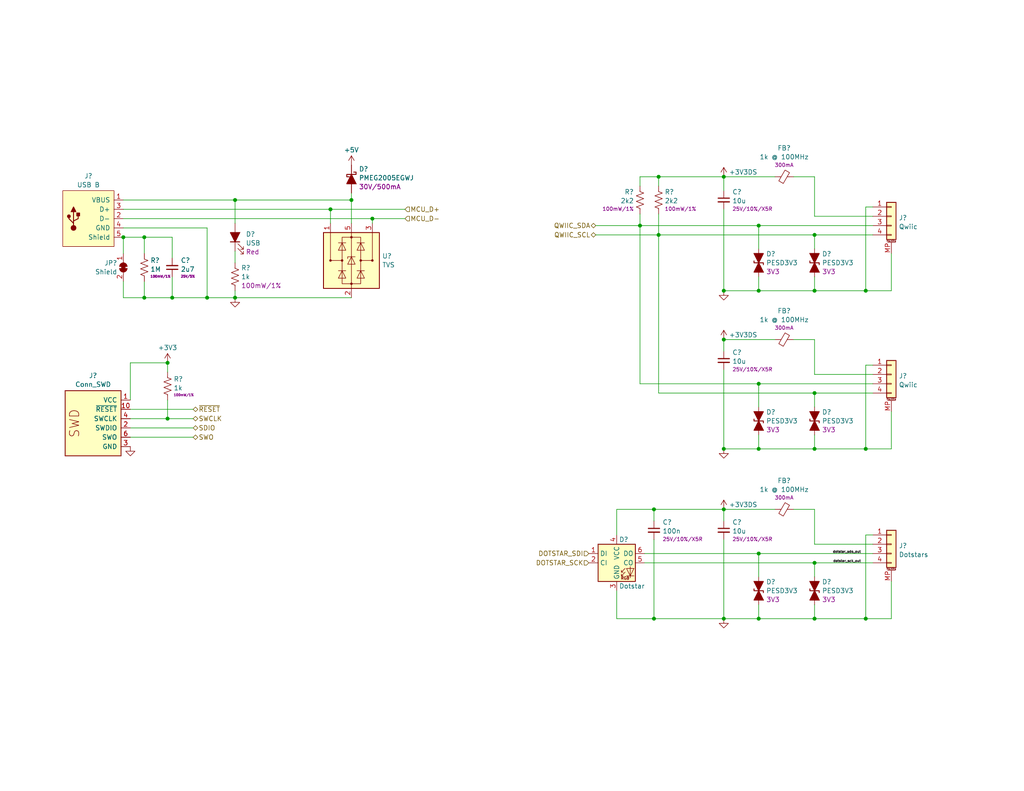
<source format=kicad_sch>
(kicad_sch (version 20230121) (generator eeschema)
  (paper "USLetter")
  (title_block (title "Hubble Motherboard") (date "2021-11-20") (rev "v3") (company "Winterbloom") (comment 1 "Alethea Flowers") (comment 2 "CERN-OHL-P V2") (comment 3 "hubble.wntr.dev"))
  (lib_symbols
    (symbol "Connector_Generic_MountingPin:Conn_01x04_MountingPin" (pin_names (offset 1.016) hide)
      (property "Reference" "J" (at 0 5.08 0))
      (property "Value" "Conn_01x04_MountingPin" (at 1.27 -7.62 0))
      (symbol "Conn_01x04_MountingPin_1_1"
        (rectangle (start -1.27 -4.953) (end 0 -5.207) (stroke (width 0.1524)))
        (rectangle (start -1.27 -2.413) (end 0 -2.667) (stroke (width 0.1524)))
        (rectangle (start -1.27 0.127) (end 0 -0.127) (stroke (width 0.1524)))
        (rectangle (start -1.27 2.667) (end 0 2.413) (stroke (width 0.1524)))
        (rectangle (start -1.27 3.81) (end 1.27 -6.35) (stroke (width 0.254)) (fill (type background)))
        (polyline (pts (xy -1.016 -7.112) (xy 1.016 -7.112)) (stroke (width 0.1524)))
        (text "Mounting" (at 0 -6.731 0) (effects (font (size 0.381 0.381))))
        (pin passive line (at -5.08 2.54 0) (length 3.81) (name "Pin_1") (number "1"))
        (pin passive line (at -5.08 0 0) (length 3.81) (name "Pin_2") (number "2"))
        (pin passive line (at -5.08 -2.54 0) (length 3.81) (name "Pin_3") (number "3"))
        (pin passive line (at -5.08 -5.08 0) (length 3.81) (name "Pin_4") (number "4"))
        (pin passive line (at 0 -10.16 90) (length 3.048) (name "MountPin") (number "MP"))
      )
    )
    (symbol "Device:C_Small" (pin_numbers hide) (pin_names (offset 0.254) hide)
      (property "Reference" "C" (at 0.254 1.778 0))
      (property "Value" "C_Small" (at 0.254 -2.032 0))
      (symbol "C_Small_0_1"
        (polyline (pts (xy -1.524 -0.508) (xy 1.524 -0.508)) (stroke (width 0.3302)))
        (polyline (pts (xy -1.524 0.508) (xy 1.524 0.508)) (stroke (width 0.3048)))
      )
      (symbol "C_Small_1_1"
        (pin passive line (at 0 2.54 270) (length 2.032) (name "~") (number "1"))
        (pin passive line (at 0 -2.54 90) (length 2.032) (name "~") (number "2"))
      )
    )
    (symbol "Device:D_Schottky_Filled" (pin_numbers hide) (pin_names (offset 1.016) hide)
      (property "Reference" "D" (at 0 2.54 0))
      (property "Value" "D_Schottky_Filled" (at 0 -2.54 0))
      (symbol "D_Schottky_Filled_0_1"
        (polyline (pts (xy 1.27 0) (xy -1.27 0)))
        (polyline (pts (xy 1.27 1.27) (xy 1.27 -1.27) (xy -1.27 0) (xy 1.27 1.27)) (stroke (width 0.254)) (fill (type outline)))
        (polyline (pts (xy -1.905 0.635) (xy -1.905 1.27) (xy -1.27 1.27) (xy -1.27 -1.27) (xy -0.635 -1.27) (xy -0.635 -0.635)) (stroke (width 0.254)))
      )
      (symbol "D_Schottky_Filled_1_1"
        (pin passive line (at -3.81 0 0) (length 2.54) (name "K") (number "1"))
        (pin passive line (at 3.81 0 180) (length 2.54) (name "A") (number "2"))
      )
    )
    (symbol "Device:D_TVS_Filled" (pin_numbers hide) (pin_names (offset 1.016) hide)
      (property "Reference" "D" (at 0 2.54 0))
      (property "Value" "D_TVS_Filled" (at 0 -2.54 0))
      (symbol "D_TVS_Filled_0_1"
        (polyline (pts (xy 1.27 0) (xy -1.27 0)))
        (polyline (pts (xy -2.54 -1.27) (xy 0 0) (xy -2.54 1.27) (xy -2.54 -1.27)) (stroke (width 0.254)) (fill (type outline)))
        (polyline (pts (xy 0.508 1.27) (xy 0 1.27) (xy 0 -1.27) (xy -0.508 -1.27)) (stroke (width 0.254)))
        (polyline (pts (xy 2.54 1.27) (xy 2.54 -1.27) (xy 0 0) (xy 2.54 1.27)) (stroke (width 0.254)) (fill (type outline)))
      )
      (symbol "D_TVS_Filled_1_1"
        (pin passive line (at -3.81 0 0) (length 2.54) (name "A1") (number "1"))
        (pin passive line (at 3.81 0 180) (length 2.54) (name "A2") (number "2"))
      )
    )
    (symbol "Device:FerriteBead_Small" (pin_numbers hide) (pin_names (offset 0))
      (property "Reference" "FB" (at 1.905 1.27 0))
      (property "Value" "FerriteBead_Small" (at 1.905 -1.27 0))
      (symbol "FerriteBead_Small_0_1"
        (polyline (pts (xy 0 -1.27) (xy 0 -0.7874)))
        (polyline (pts (xy 0 0.889) (xy 0 1.2954)))
        (polyline (pts (xy -1.8288 0.2794) (xy -1.1176 1.4986) (xy 1.8288 -0.2032) (xy 1.1176 -1.4224) (xy -1.8288 0.2794)))
      )
      (symbol "FerriteBead_Small_1_1"
        (pin passive line (at 0 2.54 270) (length 1.27) (name "~") (number "1"))
        (pin passive line (at 0 -2.54 90) (length 1.27) (name "~") (number "2"))
      )
    )
    (symbol "Device:LED_Filled" (pin_numbers hide) (pin_names (offset 1.016) hide)
      (property "Reference" "D" (at 0 2.54 0))
      (property "Value" "LED_Filled" (at 0 -2.54 0))
      (symbol "LED_Filled_0_1"
        (polyline (pts (xy -1.27 -1.27) (xy -1.27 1.27)) (stroke (width 0.254)))
        (polyline (pts (xy -1.27 0) (xy 1.27 0)))
        (polyline (pts (xy 1.27 -1.27) (xy 1.27 1.27) (xy -1.27 0) (xy 1.27 -1.27)) (stroke (width 0.254)) (fill (type outline)))
        (polyline (pts (xy -3.048 -0.762) (xy -4.572 -2.286) (xy -3.81 -2.286) (xy -4.572 -2.286) (xy -4.572 -1.524)))
        (polyline (pts (xy -1.778 -0.762) (xy -3.302 -2.286) (xy -2.54 -2.286) (xy -3.302 -2.286) (xy -3.302 -1.524)))
      )
      (symbol "LED_Filled_1_1"
        (pin passive line (at -3.81 0 0) (length 2.54) (name "K") (number "1"))
        (pin passive line (at 3.81 0 180) (length 2.54) (name "A") (number "2"))
      )
    )
    (symbol "Device:R_US" (pin_numbers hide) (pin_names (offset 0))
      (property "Reference" "R" (at 2.54 0 90))
      (property "Value" "R_US" (at -2.54 0 90))
      (symbol "R_US_0_1"
        (polyline (pts (xy 0 -2.286) (xy 0 -2.54)))
        (polyline (pts (xy 0 2.286) (xy 0 2.54)))
        (polyline (pts (xy 0 -0.762) (xy 1.016 -1.143) (xy 0 -1.524) (xy -1.016 -1.905) (xy 0 -2.286)))
        (polyline (pts (xy 0 0.762) (xy 1.016 0.381) (xy 0 0) (xy -1.016 -0.381) (xy 0 -0.762)))
        (polyline (pts (xy 0 2.286) (xy 1.016 1.905) (xy 0 1.524) (xy -1.016 1.143) (xy 0 0.762)))
      )
      (symbol "R_US_1_1"
        (pin passive line (at 0 3.81 270) (length 1.27) (name "~") (number "1"))
        (pin passive line (at 0 -3.81 90) (length 1.27) (name "~") (number "2"))
      )
    )
    (symbol "Jumper:SolderJumper_2_Bridged" (pin_names (offset 0) hide)
      (property "Reference" "JP" (at 0 2.032 0))
      (property "Value" "SolderJumper_2_Bridged" (at 0 -2.54 0))
      (symbol "SolderJumper_2_Bridged_0_1"
        (rectangle (start -0.508 0.508) (end 0.508 -0.508) (fill (type outline)))
        (arc (start -0.254 1.016) (mid -1.2656 0) (end -0.254 -1.016))
        (arc (start -0.254 1.016) (mid -1.2656 0) (end -0.254 -1.016) (fill (type outline)))
        (polyline (pts (xy -0.254 1.016) (xy -0.254 -1.016)))
        (polyline (pts (xy 0.254 1.016) (xy 0.254 -1.016)))
        (arc (start 0.254 -1.016) (mid 1.2656 0) (end 0.254 1.016))
        (arc (start 0.254 -1.016) (mid 1.2656 0) (end 0.254 1.016) (fill (type outline)))
      )
      (symbol "SolderJumper_2_Bridged_1_1"
        (pin passive line (at -3.81 0 0) (length 2.54) (name "A") (number "1"))
        (pin passive line (at 3.81 0 180) (length 2.54) (name "B") (number "2"))
      )
    )
    (symbol "hubble:+3V3DS" (power) (pin_names (offset 0))
      (property "Value" "+3V3DS" (at 0 4.1331 0))
      (symbol "+3V3DS_0_1"
        (polyline (pts (xy -0.762 1.27) (xy 0 2.54)))
        (polyline (pts (xy 0 0) (xy 0 2.54)))
        (polyline (pts (xy 0 2.54) (xy 0.762 1.27)))
      )
      (symbol "+3V3DS_1_1"
        (pin power_in line (at 0 0 90) (length 0) hide (name "+3V3DS") (number "1"))
      )
    )
    (symbol "power:+3V3" (power) (pin_names (offset 0))
      (property "Value" "+3V3" (at 0 3.556 0))
      (symbol "+3V3_0_1"
        (polyline (pts (xy -0.762 1.27) (xy 0 2.54)))
        (polyline (pts (xy 0 0) (xy 0 2.54)))
        (polyline (pts (xy 0 2.54) (xy 0.762 1.27)))
      )
      (symbol "+3V3_1_1"
        (pin power_in line (at 0 0 90) (length 0) hide (name "+3V3") (number "1"))
      )
    )
    (symbol "power:+5V" (power) (pin_names (offset 0))
      (property "Value" "+5V" (at 0 3.556 0))
      (symbol "+5V_0_1"
        (polyline (pts (xy -0.762 1.27) (xy 0 2.54)))
        (polyline (pts (xy 0 0) (xy 0 2.54)))
        (polyline (pts (xy 0 2.54) (xy 0.762 1.27)))
      )
      (symbol "+5V_1_1"
        (pin power_in line (at 0 0 90) (length 0) hide (name "+5V") (number "1"))
      )
    )
    (symbol "power:GND" (power) (pin_names (offset 0))
      (property "Value" "GND" (at 0 -3.81 0))
      (symbol "GND_0_1"
        (polyline (pts (xy 0 0) (xy 0 -1.27) (xy 1.27 -1.27) (xy 0 -2.54) (xy -1.27 -1.27) (xy 0 -1.27)))
      )
      (symbol "GND_1_1"
        (pin power_in line (at 0 0 270) (length 0) hide (name "GND") (number "1"))
      )
    )
    (symbol "winterbloom:Conn_SWD" (pin_names (offset 1.016))
      (property "Reference" "J?" (at 0 10.16 0))
      (property "Value" "Conn_SWD" (at 0 -10.16 0))
      (symbol "Conn_SWD_0_0"
        (text "SWD" (at -5.08 0 900) (effects (font (size 2.54 2.54))))
      )
      (symbol "Conn_SWD_0_1"
        (rectangle (start -7.62 8.89) (end 7.62 -8.89) (stroke (width 0.254)) (fill (type background)))
      )
      (symbol "Conn_SWD_1_1"
        (pin power_in line (at 10.16 6.35 180) (length 2.54) (name "VCC") (number "1"))
        (pin open_collector line (at 10.16 3.81 180) (length 2.54) (name "~{RESET}") (number "10"))
        (pin bidirectional line (at 10.16 -1.27 180) (length 2.54) (name "SWDIO") (number "2"))
        (pin power_in line (at 10.16 -6.35 180) (length 2.54) (name "GND") (number "3"))
        (pin output line (at 10.16 1.27 180) (length 2.54) (name "SWCLK") (number "4"))
        (pin passive line (at 10.16 -6.35 180) (length 2.54) hide (name "GND") (number "5"))
        (pin input line (at 10.16 -3.81 180) (length 2.54) (name "SWO") (number "6"))
        (pin no_connect line (at -10.16 0 0) (length 2.54) hide (name "KEY") (number "7"))
        (pin no_connect line (at 0 0 180) (length 2.54) hide (name "NC") (number "8"))
        (pin passive line (at 10.16 -6.35 180) (length 2.54) hide (name "GNDDetect") (number "9"))
      )
    )
    (symbol "winterbloom:Dotstar"
      (property "Reference" "D" (at -3.81 5.715 0))
      (property "Value" "Dotstar" (at 0.635 -5.715 0))
      (symbol "Dotstar_0_0"
        (text "RGB" (at 2.286 -4.191 0) (effects (font (size 0.762 0.762))))
      )
      (symbol "Dotstar_0_1"
        (polyline (pts (xy 1.27 -3.556) (xy 1.778 -3.556)))
        (polyline (pts (xy 1.27 -2.54) (xy 1.778 -2.54)))
        (polyline (pts (xy 4.699 -3.556) (xy 2.667 -3.556)))
        (polyline (pts (xy 2.286 -2.54) (xy 1.27 -3.556) (xy 1.27 -3.048)))
        (polyline (pts (xy 2.286 -1.524) (xy 1.27 -2.54) (xy 1.27 -2.032)))
        (polyline (pts (xy 3.683 -1.016) (xy 3.683 -3.556) (xy 3.683 -4.064)))
        (polyline (pts (xy 4.699 -1.524) (xy 2.667 -1.524) (xy 3.683 -3.556) (xy 4.699 -1.524)))
        (rectangle (start 5.08 5.08) (end -5.08 -5.08) (stroke (width 0.254)) (fill (type background)))
      )
      (symbol "Dotstar_1_1"
        (pin input line (at -7.62 2.54 0) (length 2.54) (name "DI") (number "1"))
        (pin input line (at -7.62 0 0) (length 2.54) (name "CI") (number "2"))
        (pin power_in line (at 0 -7.62 90) (length 2.54) (name "GND") (number "3"))
        (pin power_in line (at 0 7.62 270) (length 2.54) (name "VCC") (number "4"))
        (pin output line (at 7.62 0 180) (length 2.54) (name "CO") (number "5"))
        (pin output line (at 7.62 2.54 180) (length 2.54) (name "DO") (number "6"))
      )
    )
    (symbol "winterbloom:USBLC6-2SC6" (pin_names hide)
      (property "Reference" "U4" (at -7.62 -8.89 0))
      (property "Value" "USBLC6-2SC6" (at 2.54 -8.89 0))
      (symbol "USBLC6-2SC6_0_1"
        (rectangle (start -7.62 -7.62) (end 7.62 7.62) (stroke (width 0.254)) (fill (type background)))
        (circle (center -5.715 0) (radius 0.254) (fill (type outline)))
        (circle (center -2.54 0) (radius 0.254) (fill (type outline)))
        (rectangle (start -2.54 6.35) (end 2.54 -6.35))
        (circle (center 0 -6.35) (radius 0.254) (fill (type outline)))
        (polyline (pts (xy -1.524 -2.794) (xy -3.556 -2.794)))
        (polyline (pts (xy -1.524 4.826) (xy -3.556 4.826)))
        (polyline (pts (xy 0 -7.62) (xy 0 -6.35)))
        (polyline (pts (xy 0 -6.35) (xy 0 1.27)))
        (polyline (pts (xy 0 1.27) (xy 0 6.35)))
        (polyline (pts (xy 0 6.35) (xy 0 7.62)))
        (polyline (pts (xy 1.524 -2.794) (xy 3.556 -2.794)))
        (polyline (pts (xy 1.524 4.826) (xy 3.556 4.826)))
        (polyline (pts (xy -2.54 0) (xy -5.715 0) (xy -5.715 7.62)))
        (polyline (pts (xy 2.54 0) (xy 5.715 0) (xy 5.715 7.62)))
        (polyline (pts (xy -3.556 -4.826) (xy -1.524 -4.826) (xy -2.54 -2.794) (xy -3.556 -4.826)))
        (polyline (pts (xy -3.556 2.794) (xy -1.524 2.794) (xy -2.54 4.826) (xy -3.556 2.794)))
        (polyline (pts (xy -1.016 -1.016) (xy 1.016 -1.016) (xy 0 1.016) (xy -1.016 -1.016)))
        (polyline (pts (xy 1.016 1.016) (xy 0.762 1.016) (xy -1.016 1.016) (xy -1.016 0.508)))
        (polyline (pts (xy 3.556 -4.826) (xy 1.524 -4.826) (xy 2.54 -2.794) (xy 3.556 -4.826)))
        (polyline (pts (xy 3.556 2.794) (xy 1.524 2.794) (xy 2.54 4.826) (xy 3.556 2.794)))
        (circle (center 0 6.35) (radius 0.254) (fill (type outline)))
        (circle (center 2.54 0) (radius 0.254) (fill (type outline)))
        (circle (center 5.715 0) (radius 0.254) (fill (type outline)))
      )
      (symbol "USBLC6-2SC6_1_1"
        (pin passive line (at -5.715 10.16 270) (length 2.54) (name "D-") (number "1"))
        (pin passive line (at 0 -10.16 90) (length 2.54) (name "GND") (number "2"))
        (pin passive line (at 5.715 10.16 270) (length 2.54) (name "D+") (number "3"))
        (pin passive line (at 5.715 10.16 270) (length 2.54) hide (name "D+") (number "4"))
        (pin passive line (at 0 10.16 270) (length 2.54) (name "VBUS") (number "5"))
        (pin passive line (at -5.715 10.16 270) (length 2.54) hide (name "D-") (number "6"))
      )
    )
    (symbol "winterbloom:USB_B_Receptacle" (pin_names (offset 1.016))
      (property "Reference" "J" (at -7.62 8.89 0))
      (property "Value" "USB_B_Receptacle" (at -7.62 -8.89 0))
      (symbol "USB_B_Receptacle_0_0"
        (rectangle (start 6.35 -7.62) (end -7.62 7.62) (fill (type background)))
      )
      (symbol "USB_B_Receptacle_0_1"
        (circle (center -5.969 0.635) (radius 0.381) (stroke (width 0.254)) (fill (type outline)))
        (circle (center -4.699 -2.54) (radius 0.635) (stroke (width 0.254)) (fill (type outline)))
        (rectangle (start -3.81 1.524) (end -3.048 0.762) (stroke (width 0.254)) (fill (type outline)))
        (polyline (pts (xy -4.699 -0.635) (xy -4.699 1.905)) (stroke (width 0.254)))
        (polyline (pts (xy -5.334 1.905) (xy -4.064 1.905) (xy -4.699 3.175) (xy -5.334 1.905)) (stroke (width 0.254)) (fill (type outline)))
        (polyline (pts (xy -4.699 -1.905) (xy -4.699 -1.27) (xy -5.969 0) (xy -5.969 0.635)) (stroke (width 0.254)))
        (polyline (pts (xy -4.699 -1.27) (xy -4.699 -0.635) (xy -3.429 0) (xy -3.429 1.27)) (stroke (width 0.254)))
      )
      (symbol "USB_B_Receptacle_1_1"
        (pin power_out line (at 8.89 5.08 180) (length 2.54) (name "VBUS") (number "1"))
        (pin passive line (at 8.89 0 180) (length 2.54) (name "D-") (number "2"))
        (pin passive line (at 8.89 2.54 180) (length 2.54) (name "D+") (number "3"))
        (pin passive line (at 8.89 -2.54 180) (length 2.54) (name "GND") (number "4"))
        (pin passive line (at 8.89 -5.08 180) (length 2.54) (name "Shield") (number "5"))
      )
    )
  )
  (junction (at 197.485 122.555))
  (junction (at 207.01 104.775))
  (junction (at 222.25 79.375))
  (junction (at 174.625 61.595))
  (junction (at 207.01 79.375))
  (junction (at 222.25 64.135))
  (junction (at 207.01 168.91))
  (junction (at 39.37 64.77))
  (junction (at 222.25 122.555))
  (junction (at 222.25 168.91))
  (junction (at 178.435 139.065))
  (junction (at 95.885 54.61))
  (junction (at 207.01 151.13))
  (junction (at 197.485 79.375))
  (junction (at 197.485 168.91))
  (junction (at 222.25 153.67))
  (junction (at 179.705 64.135))
  (junction (at 179.705 48.26))
  (junction (at 236.22 79.375))
  (junction (at 45.72 114.3))
  (junction (at 197.485 92.71))
  (junction (at 197.485 48.26))
  (junction (at 207.01 122.555))
  (junction (at 45.72 99.06))
  (junction (at 236.22 168.91))
  (junction (at 236.22 122.555))
  (junction (at 39.37 81.28))
  (junction (at 207.01 61.595))
  (junction (at 56.515 81.28))
  (junction (at 46.99 81.28))
  (junction (at 197.485 139.065))
  (junction (at 101.6 59.69))
  (junction (at 64.135 81.28))
  (junction (at 64.135 54.61))
  (junction (at 33.655 64.77))
  (junction (at 178.435 168.91))
  (junction (at 90.17 57.15))
  (junction (at 222.25 107.315))
  (wire (pts (xy 101.6 59.69) (xy 110.49 59.69)))
  (wire (pts (xy 35.56 111.76) (xy 52.705 111.76)))
  (wire (pts (xy 101.6 59.69) (xy 101.6 60.96)))
  (wire (pts (xy 162.56 61.595) (xy 174.625 61.595)))
  (wire (pts (xy 64.135 81.28) (xy 64.135 79.375)))
  (wire (pts (xy 222.25 75.565) (xy 222.25 79.375)))
  (wire (pts (xy 33.655 76.835) (xy 33.655 81.28)))
  (wire (pts (xy 197.485 168.91) (xy 207.01 168.91)))
  (wire (pts (xy 178.435 168.91) (xy 168.275 168.91)))
  (wire (pts (xy 175.895 151.13) (xy 207.01 151.13)))
  (wire (pts (xy 175.895 153.67) (xy 222.25 153.67)))
  (wire (pts (xy 238.125 99.695) (xy 236.22 99.695)))
  (wire (pts (xy 179.705 48.26) (xy 179.705 50.8)))
  (wire (pts (xy 222.25 153.67) (xy 222.25 157.48)))
  (wire (pts (xy 95.885 81.28) (xy 64.135 81.28)))
  (wire (pts (xy 197.485 147.32) (xy 197.485 168.91)))
  (wire (pts (xy 207.01 151.13) (xy 238.125 151.13)))
  (wire (pts (xy 222.25 139.065) (xy 222.25 148.59)))
  (wire (pts (xy 95.885 54.61) (xy 95.885 60.96)))
  (wire (pts (xy 56.515 81.28) (xy 64.135 81.28)))
  (wire (pts (xy 174.625 48.26) (xy 179.705 48.26)))
  (wire (pts (xy 45.72 99.06) (xy 45.72 101.6)))
  (wire (pts (xy 222.25 122.555) (xy 207.01 122.555)))
  (wire (pts (xy 39.37 81.28) (xy 46.99 81.28)))
  (wire (pts (xy 95.885 52.705) (xy 95.885 54.61)))
  (wire (pts (xy 207.01 79.375) (xy 207.01 75.565)))
  (wire (pts (xy 174.625 104.775) (xy 174.625 61.595)))
  (wire (pts (xy 39.37 76.835) (xy 39.37 81.28)))
  (wire (pts (xy 46.99 81.28) (xy 46.99 75.565)))
  (wire (pts (xy 222.25 48.26) (xy 222.25 59.055)))
  (wire (pts (xy 174.625 48.26) (xy 174.625 50.8)))
  (wire (pts (xy 39.37 81.28) (xy 33.655 81.28)))
  (wire (pts (xy 197.485 48.26) (xy 197.485 52.07)))
  (wire (pts (xy 162.56 64.135) (xy 179.705 64.135)))
  (wire (pts (xy 222.25 118.745) (xy 222.25 122.555)))
  (wire (pts (xy 168.275 168.91) (xy 168.275 161.29)))
  (wire (pts (xy 179.705 58.42) (xy 179.705 64.135)))
  (wire (pts (xy 236.22 146.05) (xy 236.22 168.91)))
  (wire (pts (xy 207.01 104.775) (xy 207.01 111.125)))
  (wire (pts (xy 179.705 107.315) (xy 222.25 107.315)))
  (wire (pts (xy 238.125 56.515) (xy 236.22 56.515)))
  (wire (pts (xy 207.01 168.91) (xy 207.01 165.1)))
  (wire (pts (xy 33.655 64.77) (xy 39.37 64.77)))
  (wire (pts (xy 174.625 58.42) (xy 174.625 61.595)))
  (wire (pts (xy 33.655 59.69) (xy 101.6 59.69)))
  (wire (pts (xy 243.205 112.395) (xy 243.205 122.555)))
  (wire (pts (xy 197.485 139.065) (xy 197.485 142.24)))
  (wire (pts (xy 222.25 102.235) (xy 238.125 102.235)))
  (wire (pts (xy 39.37 64.77) (xy 46.99 64.77)))
  (wire (pts (xy 216.535 48.26) (xy 222.25 48.26)))
  (wire (pts (xy 179.705 64.135) (xy 222.25 64.135)))
  (wire (pts (xy 222.25 153.67) (xy 238.125 153.67)))
  (wire (pts (xy 178.435 147.32) (xy 178.435 168.91)))
  (wire (pts (xy 222.25 148.59) (xy 238.125 148.59)))
  (wire (pts (xy 236.22 122.555) (xy 243.205 122.555)))
  (wire (pts (xy 168.275 146.05) (xy 168.275 139.065)))
  (wire (pts (xy 207.01 104.775) (xy 238.125 104.775)))
  (wire (pts (xy 222.25 79.375) (xy 236.22 79.375)))
  (wire (pts (xy 243.205 158.75) (xy 243.205 168.91)))
  (wire (pts (xy 222.25 168.91) (xy 236.22 168.91)))
  (wire (pts (xy 207.01 61.595) (xy 207.01 67.945)))
  (wire (pts (xy 197.485 57.15) (xy 197.485 79.375)))
  (wire (pts (xy 222.25 79.375) (xy 207.01 79.375)))
  (wire (pts (xy 207.01 168.91) (xy 222.25 168.91)))
  (wire (pts (xy 197.485 168.91) (xy 178.435 168.91)))
  (wire (pts (xy 236.22 99.695) (xy 236.22 122.555)))
  (wire (pts (xy 45.72 114.3) (xy 45.72 109.22)))
  (wire (pts (xy 207.01 122.555) (xy 207.01 118.745)))
  (wire (pts (xy 222.25 92.71) (xy 222.25 102.235)))
  (wire (pts (xy 46.99 64.77) (xy 46.99 70.485)))
  (wire (pts (xy 39.37 64.77) (xy 39.37 69.215)))
  (wire (pts (xy 216.535 92.71) (xy 222.25 92.71)))
  (wire (pts (xy 236.22 79.375) (xy 243.205 79.375)))
  (wire (pts (xy 222.25 107.315) (xy 222.25 111.125)))
  (wire (pts (xy 90.17 57.15) (xy 90.17 60.96)))
  (wire (pts (xy 197.485 92.71) (xy 197.485 95.885)))
  (wire (pts (xy 197.485 79.375) (xy 207.01 79.375)))
  (wire (pts (xy 222.25 64.135) (xy 238.125 64.135)))
  (wire (pts (xy 35.56 116.84) (xy 52.705 116.84)))
  (wire (pts (xy 179.705 48.26) (xy 197.485 48.26)))
  (wire (pts (xy 174.625 104.775) (xy 207.01 104.775)))
  (wire (pts (xy 35.56 109.22) (xy 35.56 99.06)))
  (wire (pts (xy 197.485 100.965) (xy 197.485 122.555)))
  (wire (pts (xy 35.56 99.06) (xy 45.72 99.06)))
  (wire (pts (xy 197.485 139.065) (xy 211.455 139.065)))
  (wire (pts (xy 236.22 56.515) (xy 236.22 79.375)))
  (wire (pts (xy 197.485 92.71) (xy 211.455 92.71)))
  (wire (pts (xy 197.485 48.26) (xy 211.455 48.26)))
  (wire (pts (xy 64.135 54.61) (xy 64.135 60.96)))
  (wire (pts (xy 207.01 61.595) (xy 238.125 61.595)))
  (wire (pts (xy 168.275 139.065) (xy 178.435 139.065)))
  (wire (pts (xy 46.99 81.28) (xy 56.515 81.28)))
  (wire (pts (xy 207.01 151.13) (xy 207.01 157.48)))
  (wire (pts (xy 222.25 64.135) (xy 222.25 67.945)))
  (wire (pts (xy 35.56 119.38) (xy 52.705 119.38)))
  (wire (pts (xy 64.135 54.61) (xy 95.885 54.61)))
  (wire (pts (xy 222.25 165.1) (xy 222.25 168.91)))
  (wire (pts (xy 178.435 139.065) (xy 197.485 139.065)))
  (wire (pts (xy 64.135 71.755) (xy 64.135 68.58)))
  (wire (pts (xy 197.485 122.555) (xy 207.01 122.555)))
  (wire (pts (xy 56.515 62.23) (xy 33.655 62.23)))
  (wire (pts (xy 56.515 81.28) (xy 56.515 62.23)))
  (wire (pts (xy 222.25 59.055) (xy 238.125 59.055)))
  (wire (pts (xy 178.435 139.065) (xy 178.435 142.24)))
  (wire (pts (xy 33.655 64.77) (xy 33.655 69.215)))
  (wire (pts (xy 222.25 122.555) (xy 236.22 122.555)))
  (wire (pts (xy 35.56 114.3) (xy 45.72 114.3)))
  (wire (pts (xy 174.625 61.595) (xy 207.01 61.595)))
  (wire (pts (xy 33.655 57.15) (xy 90.17 57.15)))
  (wire (pts (xy 222.25 107.315) (xy 238.125 107.315)))
  (wire (pts (xy 33.655 54.61) (xy 64.135 54.61)))
  (wire (pts (xy 45.72 114.3) (xy 52.705 114.3)))
  (wire (pts (xy 216.535 139.065) (xy 222.25 139.065)))
  (wire (pts (xy 90.17 57.15) (xy 110.49 57.15)))
  (wire (pts (xy 236.22 168.91) (xy 243.205 168.91)))
  (wire (pts (xy 238.125 146.05) (xy 236.22 146.05)))
  (wire (pts (xy 243.205 69.215) (xy 243.205 79.375)))
  (wire (pts (xy 179.705 64.135) (xy 179.705 107.315)))
  (label "dotstar_sdo_out" (at 234.95 151.13 180) (effects (font (size 0.64 0.64))))
  (label "dotstar_sck_out" (at 234.95 153.67 180) (effects (font (size 0.64 0.64))))
  (hierarchical_label "QWIIC_SDA" (shape bidirectional) (at 162.56 61.595 180))
  (hierarchical_label "~{RESET}" (shape bidirectional) (at 52.705 111.76 0))
  (hierarchical_label "DOTSTAR_SCK" (shape input) (at 160.655 153.67 180))
  (hierarchical_label "QWIIC_SCL" (shape bidirectional) (at 162.56 64.135 180))
  (hierarchical_label "SDIO" (shape bidirectional) (at 52.705 116.84 0))
  (hierarchical_label "SWCLK" (shape bidirectional) (at 52.705 114.3 0))
  (hierarchical_label "SWO" (shape bidirectional) (at 52.705 119.38 0))
  (hierarchical_label "MCU_D-" (shape input) (at 110.49 59.69 0))
  (hierarchical_label "DOTSTAR_SDI" (shape input) (at 160.655 151.13 180))
  (hierarchical_label "MCU_D+" (shape input) (at 110.49 57.15 0))
  (symbol (lib_id "Device:D_TVS_Filled") (at 207.01 161.29 90) (unit 1)
    (property "Reference" "D?" (at 209.042 158.8658 90) (effects (justify right)))
    (property "Value" "PESD3V3" (at 209.042 161.29 90) (effects (justify right)))
    (property "Footprint" "winterbloom:D_SOD-323" (effects hide))
    (property "Datasheet" "https://assets.nexperia.com/documents/data-sheet/PESDXL1BA_SER.pdf" (effects hide))
    (property "Rating" "3V3" (at 209.042 163.7142 90) (effects (justify right)))
    (instances (project "starfish" (path "" (reference "D?") (unit 1))) (project "hubble" (path "" (reference "D?") (unit 1)) (path "" (reference "D408") (unit 1))))
  )
  (symbol (lib_id "Device:R_US") (at 174.625 54.61 0) (unit 1)
    (property "Reference" "R?" (at 172.9741 52.4031 0) (effects (justify right)))
    (property "Value" "2k2" (at 172.9741 54.8273 0) (effects (justify right)))
    (property "Footprint" "winterbloom:R_0603_HandSolder" (effects hide))
    (property "Rating" "100mW/1%" (at 172.9741 57.0342 0) (effects (font (size 1 1)) (justify right)))
    (instances (project "mainboard" (path "" (reference "R?") (unit 1))) (project "hubble" (path "" (reference "R401") (unit 1))))
  )
  (symbol (lib_id "Device:D_Schottky_Filled") (at 95.885 48.895 270) (unit 1)
    (property "Reference" "D?" (at 97.917 46.1533 90) (effects (justify left)))
    (property "Value" "PMEG2005EGWJ" (at 97.917 48.5775 90) (effects (justify left)))
    (property "Footprint" "winterbloom:D_SOD-123" (effects hide))
    (property "Datasheet" "https://assets.nexperia.com/documents/data-sheet/PMEG2005EGW.pdf" (effects hide))
    (property "Rating" "30V/500mA" (at 97.917 51.0017 90) (effects (justify left)))
    (instances (project "starfish" (path "" (reference "D?") (unit 1))) (project "hubble" (path "" (reference "D?") (unit 1)) (path "" (reference "D401") (unit 1))))
  )
  (symbol (lib_id "power:+5V") (at 95.885 45.085 0) (unit 1)
    (property "Reference" "#PWR?" (effects hide))
    (property "Value" "+5V" (at 95.885 40.9519 0))
    (instances (project "starfish" (path "" (reference "#PWR?") (unit 1))) (project "hubble" (path "" (reference "#PWR?") (unit 1)) (path "" (reference "#PWR0401") (unit 1))))
  )
  (symbol (lib_id "Connector_Generic_MountingPin:Conn_01x04_MountingPin") (at 243.205 59.055 0) (unit 1)
    (property "Reference" "J?" (at 245.237 59.4685 0) (effects (justify left)))
    (property "Value" "Qwiic" (at 245.237 61.8927 0) (effects (justify left)))
    (property "Footprint" "winterbloom:JST_SH_SM04B-SRSS-TB_1x04-1MP_P1.00mm_Horizontal" (effects hide))
    (instances (project "starfish" (path "" (reference "J?") (unit 1))) (project "hubble" (path "" (reference "J?") (unit 1)) (path "" (reference "J401") (unit 1))))
  )
  (symbol (lib_id "Device:C_Small") (at 46.99 73.025 180) (unit 1)
    (property "Reference" "C?" (at 49.3141 71.1012 0) (effects (justify right)))
    (property "Value" "2u7" (at 49.3141 73.5254 0) (effects (justify right)))
    (property "Footprint" "winterbloom:C_0603_HandSolder" (effects hide))
    (property "Rating" "25V/5%" (at 49.3141 75.4428 0) (effects (font (size 0.64 0.64)) (justify right)))
    (instances (project "starfish" (path "" (reference "C?") (unit 1))) (project "hubble" (path "" (reference "C?") (unit 1)) (path "" (reference "C402") (unit 1))))
  )
  (symbol (lib_id "power:GND") (at 197.485 79.375 0) (unit 1)
    (property "Reference" "#PWR?" (effects hide))
    (property "Value" "GND" (effects hide))
    (instances (project "starfish" (path "" (reference "#PWR?") (unit 1))) (project "hubble" (path "" (reference "#PWR?") (unit 1)) (path "" (reference "#PWR0403") (unit 1))))
  )
  (symbol (lib_id "Device:C_Small") (at 197.485 144.78 0) (unit 1)
    (property "Reference" "C?" (at 199.8091 142.5794 0) (effects (justify left)))
    (property "Value" "10u" (at 199.8091 145.0036 0) (effects (justify left)))
    (property "Footprint" "winterbloom:C_0805_HandSolder" (effects hide))
    (property "MPN" "GRM21BR61E106KA73K" (effects hide))
    (property "Notes" "Bulk/bypass" (effects hide))
    (property "Rating" "25V/10%/X5R" (at 199.8091 147.2105 0) (effects (font (size 1 1)) (justify left)))
    (instances (project "mainboard" (path "" (reference "C?") (unit 1))) (project "hubble" (path "" (reference "C405") (unit 1))))
  )
  (symbol (lib_id "Device:R_US") (at 39.37 73.025 180) (unit 1)
    (property "Reference" "R?" (at 41.021 71.1076 0) (effects (justify right)))
    (property "Value" "1M" (at 41.021 73.5318 0) (effects (justify right)))
    (property "Footprint" "winterbloom:R_0603_HandSolder" (effects hide))
    (property "Rating" "100mW/1%" (at 41.021 75.4492 0) (effects (font (size 0.64 0.64)) (justify right)))
    (instances (project "board" (path "" (reference "R?") (unit 1)) (path "" (reference "R?") (unit 1))) (project "hubble" (path "" (reference "R?") (unit 1)) (path "" (reference "R?") (unit 1)) (path "" (reference "R403") (unit 1))))
  )
  (symbol (lib_id "Device:R_US") (at 64.135 75.565 0) (unit 1)
    (property "Reference" "R?" (at 65.786 73.1408 0) (effects (justify left)))
    (property "Value" "1k" (at 65.786 75.565 0) (effects (justify left)))
    (property "Footprint" "winterbloom:R_0603_HandSolder" (effects hide))
    (property "Rating" "100mW/1%" (at 65.786 77.9892 0) (effects (justify left)))
    (instances (project "starfish" (path "" (reference "R?") (unit 1))) (project "hubble" (path "" (reference "R?") (unit 1)) (path "" (reference "R404") (unit 1))))
  )
  (symbol (lib_id "Device:FerriteBead_Small") (at 213.995 92.71 90) (unit 1)
    (property "Reference" "FB?" (at 213.9569 84.8743 90))
    (property "Value" "1k @ 100MHz" (at 213.9569 87.2985 90))
    (property "Footprint" "winterbloom:L_0603_HandSolder" (effects hide))
    (property "MPN" "BLM18BD121SN1D" (effects hide))
    (property "Notes" "Power filter" (effects hide))
    (property "Rating" "300mA" (at 213.9569 89.5054 90) (effects (font (size 1 1))))
    (instances (project "mainboard" (path "" (reference "FB?") (unit 1))) (project "hubble" (path "" (reference "FB?") (unit 1)) (path "" (reference "FB402") (unit 1))))
  )
  (symbol (lib_id "Device:FerriteBead_Small") (at 213.995 139.065 90) (unit 1)
    (property "Reference" "FB?" (at 213.9569 131.2293 90))
    (property "Value" "1k @ 100MHz" (at 213.9569 133.6535 90))
    (property "Footprint" "winterbloom:L_0603_HandSolder" (effects hide))
    (property "MPN" "BLM18BD121SN1D" (effects hide))
    (property "Notes" "Power filter" (effects hide))
    (property "Rating" "300mA" (at 213.9569 135.8604 90) (effects (font (size 1 1))))
    (instances (project "mainboard" (path "" (reference "FB?") (unit 1))) (project "hubble" (path "" (reference "FB?") (unit 1)) (path "" (reference "FB403") (unit 1))))
  )
  (symbol (lib_id "winterbloom:Dotstar") (at 168.275 153.67 0) (unit 1)
    (property "Reference" "D?" (at 168.91 147.32 0) (effects (justify left)))
    (property "Value" "Dotstar" (at 168.91 160.02 0) (effects (justify left)))
    (property "Footprint" "winterbloom:LED_APA102_Dotstar_5050" (effects hide))
    (property "Datasheet" "https://www.alibaba.com/product-detail/High-Efficiency-SK9822-Similar-APA102-5050_62326807400.html" (effects hide))
    (property "MPN" "SK9822" (effects hide))
    (instances (project "mainboard" (path "" (reference "D?") (unit 1))) (project "hubble" (path "" (reference "D407") (unit 1))))
  )
  (symbol (lib_id "Device:D_TVS_Filled") (at 222.25 71.755 90) (unit 1)
    (property "Reference" "D?" (at 224.282 69.3308 90) (effects (justify right)))
    (property "Value" "PESD3V3" (at 224.282 71.755 90) (effects (justify right)))
    (property "Footprint" "winterbloom:D_SOD-323" (effects hide))
    (property "Datasheet" "https://assets.nexperia.com/documents/data-sheet/PESDXL1BA_SER.pdf" (effects hide))
    (property "Rating" "3V3" (at 224.282 74.1792 90) (effects (justify right)))
    (instances (project "starfish" (path "" (reference "D?") (unit 1))) (project "hubble" (path "" (reference "D?") (unit 1)) (path "" (reference "D404") (unit 1))))
  )
  (symbol (lib_id "Device:LED_Filled") (at 64.135 64.77 90) (unit 1)
    (property "Reference" "D?" (at 67.056 63.9333 90) (effects (justify right)))
    (property "Value" "USB" (at 67.056 66.3575 90) (effects (justify right)))
    (property "Footprint" "winterbloom:LED_0805_Kingbright_APT2012" (effects hide))
    (property "Datasheet" "https://www.kingbrightusa.com/images/catalog/SPEC/APT2012EC.pdf" (effects hide))
    (property "Rating" "Red" (at 67.056 68.7817 90) (effects (justify right)))
    (instances (project "starfish" (path "" (reference "D?") (unit 1))) (project "hubble" (path "" (reference "D?") (unit 1)) (path "" (reference "D402") (unit 1))))
  )
  (symbol (lib_id "Device:C_Small") (at 197.485 98.425 0) (unit 1)
    (property "Reference" "C?" (at 199.8091 96.2244 0) (effects (justify left)))
    (property "Value" "10u" (at 199.8091 98.6486 0) (effects (justify left)))
    (property "Footprint" "winterbloom:C_0805_HandSolder" (effects hide))
    (property "MPN" "GRM21BR61E106KA73K" (effects hide))
    (property "Notes" "Bulk/bypass" (effects hide))
    (property "Rating" "25V/10%/X5R" (at 199.8091 100.8555 0) (effects (font (size 1 1)) (justify left)))
    (instances (project "mainboard" (path "" (reference "C?") (unit 1))) (project "hubble" (path "" (reference "C403") (unit 1))))
  )
  (symbol (lib_id "Device:D_TVS_Filled") (at 222.25 161.29 90) (unit 1)
    (property "Reference" "D?" (at 224.282 158.8658 90) (effects (justify right)))
    (property "Value" "PESD3V3" (at 224.282 161.29 90) (effects (justify right)))
    (property "Footprint" "winterbloom:D_SOD-323" (effects hide))
    (property "Datasheet" "https://assets.nexperia.com/documents/data-sheet/PESDXL1BA_SER.pdf" (effects hide))
    (property "Rating" "3V3" (at 224.282 163.7142 90) (effects (justify right)))
    (instances (project "starfish" (path "" (reference "D?") (unit 1))) (project "hubble" (path "" (reference "D?") (unit 1)) (path "" (reference "D409") (unit 1))))
  )
  (symbol (lib_id "Device:C_Small") (at 178.435 144.78 0) (unit 1)
    (property "Reference" "C?" (at 180.7591 142.5794 0) (effects (justify left)))
    (property "Value" "100n" (at 180.7591 145.0036 0) (effects (justify left)))
    (property "Footprint" "winterbloom:C_0603_HandSolder" (effects hide))
    (property "Notes" "Bypass" (effects hide))
    (property "Rating" "25V/10%/X5R" (at 180.7591 147.2105 0) (effects (font (size 1 1)) (justify left)))
    (instances (project "mainboard" (path "" (reference "C?") (unit 1))) (project "hubble" (path "" (reference "C404") (unit 1))))
  )
  (symbol (lib_id "power:GND") (at 197.485 168.91 0) (unit 1)
    (property "Reference" "#PWR?" (effects hide))
    (property "Value" "GND" (effects hide))
    (instances (project "starfish" (path "" (reference "#PWR?") (unit 1))) (project "hubble" (path "" (reference "#PWR?") (unit 1)) (path "" (reference "#PWR0410") (unit 1))))
  )
  (symbol (lib_id "Connector_Generic_MountingPin:Conn_01x04_MountingPin") (at 243.205 102.235 0) (unit 1)
    (property "Reference" "J?" (at 245.237 102.6485 0) (effects (justify left)))
    (property "Value" "Qwiic" (at 245.237 105.0727 0) (effects (justify left)))
    (property "Footprint" "winterbloom:JST_SH_SM04B-SRSS-TB_1x04-1MP_P1.00mm_Horizontal" (effects hide))
    (instances (project "starfish" (path "" (reference "J?") (unit 1))) (project "hubble" (path "" (reference "J?") (unit 1)) (path "" (reference "J403") (unit 1))))
  )
  (symbol (lib_id "winterbloom:USB_B_Receptacle") (at 24.765 59.69 0) (unit 1)
    (property "Reference" "J?" (at 24.13 48.0527 0))
    (property "Value" "USB B" (at 24.13 50.4769 0))
    (property "Footprint" "winterbloom:USB_B_Receptacle_Horizontal" (effects hide))
    (instances (project "starfish" (path "" (reference "J?") (unit 1))) (project "hubble" (path "" (reference "J?") (unit 1)) (path "" (reference "J402") (unit 1))))
  )
  (symbol (lib_id "power:GND") (at 64.135 81.28 0) (unit 1)
    (property "Reference" "#PWR?" (effects hide))
    (property "Value" "GND" (effects hide))
    (instances (project "starfish" (path "" (reference "#PWR?") (unit 1))) (project "hubble" (path "" (reference "#PWR?") (unit 1)) (path "" (reference "#PWR0404") (unit 1))))
  )
  (symbol (lib_id "Jumper:SolderJumper_2_Bridged") (at 33.655 73.025 270) (unit 1)
    (property "Reference" "JP?" (at 32.0041 71.8129 90) (effects (justify right)))
    (property "Value" "Shield" (at 32.0041 74.2371 90) (effects (justify right)))
    (property "Footprint" "Jumper:SolderJumper-2_P1.3mm_Bridged2Bar_Pad1.0x1.5mm" (effects hide))
    (instances (project "hubble" (path "" (reference "JP?") (unit 1)) (path "" (reference "JP401") (unit 1))))
  )
  (symbol (lib_id "winterbloom:Conn_SWD") (at 25.4 115.57 0) (unit 1)
    (property "Reference" "J?" (at 25.4 102.5357 0))
    (property "Value" "Conn_SWD" (at 25.4 104.9599 0))
    (property "Footprint" "winterbloom:Connector_Cortex_Debug_IDC_2x05_P1.27mm_Vertical_Shrouded_SMD" (effects hide))
    (property "Datasheet" "http://infocenter.arm.com/help/topic/com.arm.doc.ddi0314h/DDI0314H_coresight_components_trm.pdf" (effects hide))
    (instances (project "hubble" (path "" (reference "J?") (unit 1)) (path "" (reference "J404") (unit 1))))
  )
  (symbol (lib_id "Device:FerriteBead_Small") (at 213.995 48.26 90) (unit 1)
    (property "Reference" "FB?" (at 213.9569 40.4243 90))
    (property "Value" "1k @ 100MHz" (at 213.9569 42.8485 90))
    (property "Footprint" "winterbloom:L_0603_HandSolder" (effects hide))
    (property "MPN" "BLM18BD121SN1D" (effects hide))
    (property "Notes" "Power filter" (effects hide))
    (property "Rating" "300mA" (at 213.9569 45.0554 90) (effects (font (size 1 1))))
    (instances (project "mainboard" (path "" (reference "FB?") (unit 1))) (project "hubble" (path "" (reference "FB?") (unit 1)) (path "" (reference "FB401") (unit 1))))
  )
  (symbol (lib_id "hubble:+3V3DS") (at 197.485 139.065 0) (unit 1)
    (property "Reference" "#PWR?" (effects hide))
    (property "Value" "+3V3DS" (at 202.7729 137.795 0))
    (instances (project "starfish" (path "" (reference "#PWR?") (unit 1))) (project "hubble" (path "" (reference "#PWR?") (unit 1)) (path "" (reference "#PWR0409") (unit 1))))
  )
  (symbol (lib_id "Device:C_Small") (at 197.485 54.61 0) (unit 1)
    (property "Reference" "C?" (at 199.8091 52.4094 0) (effects (justify left)))
    (property "Value" "10u" (at 199.8091 54.8336 0) (effects (justify left)))
    (property "Footprint" "winterbloom:C_0805_HandSolder" (effects hide))
    (property "MPN" "GRM21BR61E106KA73K" (effects hide))
    (property "Notes" "Bulk/bypass" (effects hide))
    (property "Rating" "25V/10%/X5R" (at 199.8091 57.0405 0) (effects (font (size 1 1)) (justify left)))
    (instances (project "mainboard" (path "" (reference "C?") (unit 1))) (project "hubble" (path "" (reference "C401") (unit 1))))
  )
  (symbol (lib_id "hubble:+3V3DS") (at 197.485 92.71 0) (unit 1)
    (property "Reference" "#PWR?" (effects hide))
    (property "Value" "+3V3DS" (at 202.7729 91.44 0))
    (instances (project "starfish" (path "" (reference "#PWR?") (unit 1))) (project "hubble" (path "" (reference "#PWR?") (unit 1)) (path "" (reference "#PWR0405") (unit 1))))
  )
  (symbol (lib_id "Device:D_TVS_Filled") (at 207.01 71.755 90) (unit 1)
    (property "Reference" "D?" (at 209.042 69.3308 90) (effects (justify right)))
    (property "Value" "PESD3V3" (at 209.042 71.755 90) (effects (justify right)))
    (property "Footprint" "winterbloom:D_SOD-323" (effects hide))
    (property "Datasheet" "https://assets.nexperia.com/documents/data-sheet/PESDXL1BA_SER.pdf" (effects hide))
    (property "Rating" "3V3" (at 209.042 74.1792 90) (effects (justify right)))
    (instances (project "starfish" (path "" (reference "D?") (unit 1))) (project "hubble" (path "" (reference "D?") (unit 1)) (path "" (reference "D403") (unit 1))))
  )
  (symbol (lib_id "Device:R_US") (at 179.705 54.61 0) (unit 1)
    (property "Reference" "R?" (at 181.356 52.4031 0) (effects (justify left)))
    (property "Value" "2k2" (at 181.356 54.8273 0) (effects (justify left)))
    (property "Footprint" "winterbloom:R_0603_HandSolder" (effects hide))
    (property "Rating" "100mW/1%" (at 181.356 57.0342 0) (effects (font (size 1 1)) (justify left)))
    (instances (project "mainboard" (path "" (reference "R?") (unit 1))) (project "hubble" (path "" (reference "R402") (unit 1))))
  )
  (symbol (lib_id "Device:D_TVS_Filled") (at 222.25 114.935 90) (unit 1)
    (property "Reference" "D?" (at 224.282 112.5108 90) (effects (justify right)))
    (property "Value" "PESD3V3" (at 224.282 114.935 90) (effects (justify right)))
    (property "Footprint" "winterbloom:D_SOD-323" (effects hide))
    (property "Datasheet" "https://assets.nexperia.com/documents/data-sheet/PESDXL1BA_SER.pdf" (effects hide))
    (property "Rating" "3V3" (at 224.282 117.3592 90) (effects (justify right)))
    (instances (project "starfish" (path "" (reference "D?") (unit 1))) (project "hubble" (path "" (reference "D?") (unit 1)) (path "" (reference "D406") (unit 1))))
  )
  (symbol (lib_id "Device:D_TVS_Filled") (at 207.01 114.935 90) (unit 1)
    (property "Reference" "D?" (at 209.042 112.5108 90) (effects (justify right)))
    (property "Value" "PESD3V3" (at 209.042 114.935 90) (effects (justify right)))
    (property "Footprint" "winterbloom:D_SOD-323" (effects hide))
    (property "Datasheet" "https://assets.nexperia.com/documents/data-sheet/PESDXL1BA_SER.pdf" (effects hide))
    (property "Rating" "3V3" (at 209.042 117.3592 90) (effects (justify right)))
    (instances (project "starfish" (path "" (reference "D?") (unit 1))) (project "hubble" (path "" (reference "D?") (unit 1)) (path "" (reference "D405") (unit 1))))
  )
  (symbol (lib_id "power:+3V3") (at 45.72 99.06 0) (unit 1)
    (property "Reference" "#PWR?" (effects hide))
    (property "Value" "+3V3" (at 45.72 94.9269 0))
    (instances (project "hubble" (path "" (reference "#PWR?") (unit 1)) (path "" (reference "#PWR0406") (unit 1))))
  )
  (symbol (lib_id "Device:R_US") (at 45.72 105.41 180) (unit 1)
    (property "Reference" "R?" (at 47.371 103.4926 0) (effects (justify right)))
    (property "Value" "1k" (at 47.371 105.9168 0) (effects (justify right)))
    (property "Footprint" "winterbloom:R_0603_HandSolder" (effects hide))
    (property "Rating" "100mW/1%" (at 47.371 107.8342 0) (effects (font (size 0.64 0.64)) (justify right)))
    (instances (project "board" (path "" (reference "R?") (unit 1)) (path "" (reference "R?") (unit 1))) (project "hubble" (path "" (reference "R?") (unit 1)) (path "" (reference "R?") (unit 1)) (path "" (reference "R405") (unit 1))))
  )
  (symbol (lib_id "power:GND") (at 197.485 122.555 0) (unit 1)
    (property "Reference" "#PWR?" (effects hide))
    (property "Value" "GND" (effects hide))
    (instances (project "starfish" (path "" (reference "#PWR?") (unit 1))) (project "hubble" (path "" (reference "#PWR?") (unit 1)) (path "" (reference "#PWR0408") (unit 1))))
  )
  (symbol (lib_id "hubble:+3V3DS") (at 197.485 48.26 0) (unit 1)
    (property "Reference" "#PWR?" (effects hide))
    (property "Value" "+3V3DS" (at 202.7729 46.99 0))
    (instances (project "starfish" (path "" (reference "#PWR?") (unit 1))) (project "hubble" (path "" (reference "#PWR?") (unit 1)) (path "" (reference "#PWR0402") (unit 1))))
  )
  (symbol (lib_id "Connector_Generic_MountingPin:Conn_01x04_MountingPin") (at 243.205 148.59 0) (unit 1)
    (property "Reference" "J?" (at 245.237 149.0035 0) (effects (justify left)))
    (property "Value" "Dotstars" (at 245.237 151.4277 0) (effects (justify left)))
    (property "Footprint" "winterbloom:JST_SH_SM04B-SRSS-TB_1x04-1MP_P1.00mm_Horizontal" (effects hide))
    (instances (project "starfish" (path "" (reference "J?") (unit 1))) (project "hubble" (path "" (reference "J?") (unit 1)) (path "" (reference "J405") (unit 1))))
  )
  (symbol (lib_id "winterbloom:USBLC6-2SC6") (at 95.885 71.12 0) (unit 1)
    (property "Reference" "U?" (at 104.267 69.9079 0) (effects (justify left)))
    (property "Value" "TVS" (at 104.267 72.3321 0) (effects (justify left)))
    (property "Footprint" "Package_TO_SOT_SMD:SOT-23-6" (effects hide))
    (property "Datasheet" "https://www.st.com/resource/en/datasheet/usblc6-2.pdf" (effects hide))
    (instances (project "starfish" (path "" (reference "U?") (unit 1))) (project "hubble" (path "" (reference "U?") (unit 1)) (path "" (reference "U401") (unit 1))))
  )
  (symbol (lib_id "power:GND") (at 35.56 121.92 0) (unit 1)
    (property "Reference" "#PWR?" (effects hide))
    (property "Value" "GND" (effects hide))
    (instances (project "hubble" (path "" (reference "#PWR?") (unit 1)) (path "" (reference "#PWR0407") (unit 1))))
  )
)
</source>
